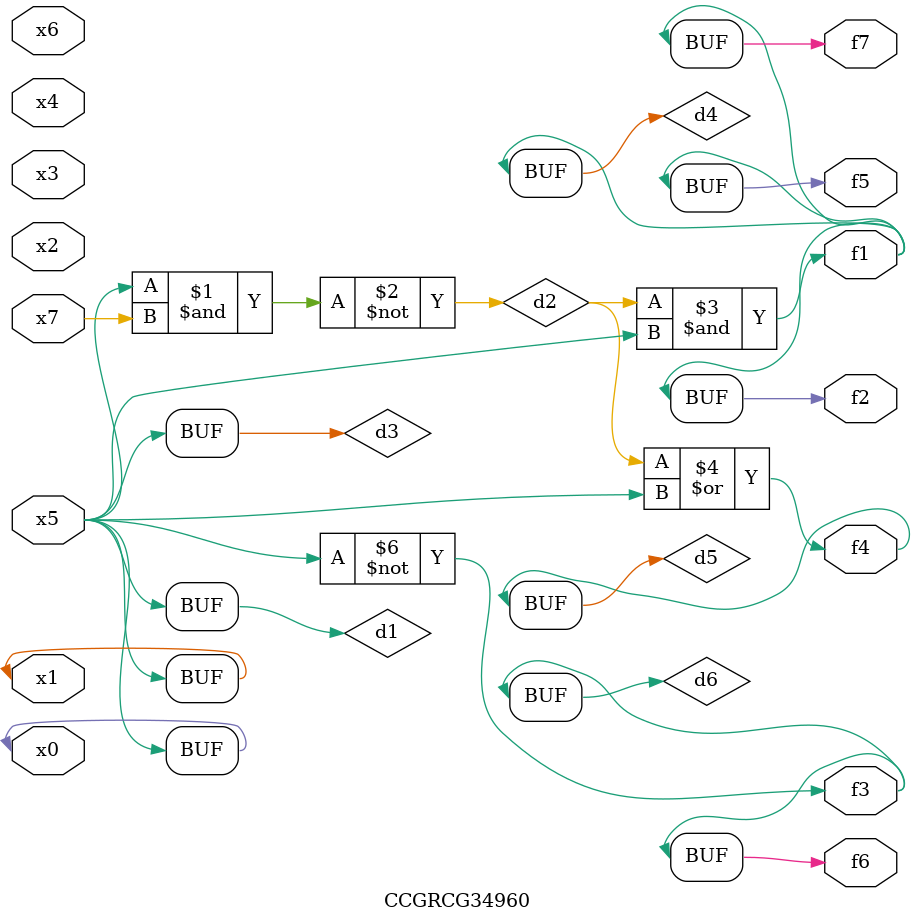
<source format=v>
module CCGRCG34960(
	input x0, x1, x2, x3, x4, x5, x6, x7,
	output f1, f2, f3, f4, f5, f6, f7
);

	wire d1, d2, d3, d4, d5, d6;

	buf (d1, x0, x5);
	nand (d2, x5, x7);
	buf (d3, x0, x1);
	and (d4, d2, d3);
	or (d5, d2, d3);
	nor (d6, d1, d3);
	assign f1 = d4;
	assign f2 = d4;
	assign f3 = d6;
	assign f4 = d5;
	assign f5 = d4;
	assign f6 = d6;
	assign f7 = d4;
endmodule

</source>
